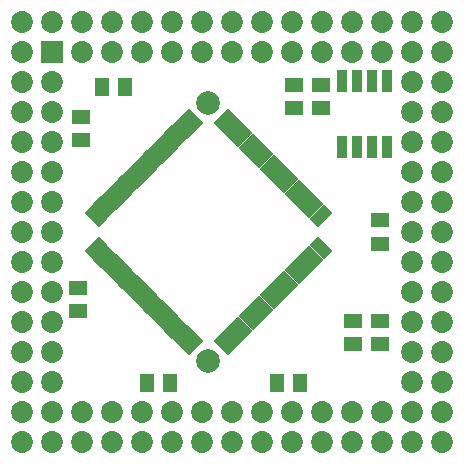
<source format=gts>
G04 Layer_Color=8388736*
%FSLAX44Y44*%
%MOMM*%
G71*
G01*
G75*
%ADD24R,1.5032X1.2032*%
%ADD25R,1.2032X1.5032*%
%ADD26R,0.8532X1.9532*%
G04:AMPARAMS|DCode=27|XSize=1.7032mm|YSize=0.5032mm|CornerRadius=0mm|HoleSize=0mm|Usage=FLASHONLY|Rotation=45.000|XOffset=0mm|YOffset=0mm|HoleType=Round|Shape=Rectangle|*
%AMROTATEDRECTD27*
4,1,4,-0.4243,-0.7801,-0.7801,-0.4243,0.4243,0.7801,0.7801,0.4243,-0.4243,-0.7801,0.0*
%
%ADD27ROTATEDRECTD27*%

G04:AMPARAMS|DCode=28|XSize=1.7032mm|YSize=0.5032mm|CornerRadius=0mm|HoleSize=0mm|Usage=FLASHONLY|Rotation=135.000|XOffset=0mm|YOffset=0mm|HoleType=Round|Shape=Rectangle|*
%AMROTATEDRECTD28*
4,1,4,0.7801,-0.4243,0.4243,-0.7801,-0.7801,0.4243,-0.4243,0.7801,0.7801,-0.4243,0.0*
%
%ADD28ROTATEDRECTD28*%

%ADD29C,2.0000*%
%ADD30C,1.8542*%
%ADD31R,1.8542X1.8542*%
D24*
X-130000Y-67250D02*
D03*
Y-47750D02*
D03*
X125000Y-94750D02*
D03*
Y-75250D02*
D03*
X102500D02*
D03*
Y-94750D02*
D03*
X125000Y-9750D02*
D03*
Y9750D02*
D03*
X75000Y124750D02*
D03*
Y105250D02*
D03*
X52500Y124750D02*
D03*
Y105250D02*
D03*
X-127500Y97250D02*
D03*
Y77750D02*
D03*
D25*
X-72250Y-127500D02*
D03*
X-52750D02*
D03*
X57250D02*
D03*
X37750D02*
D03*
X-109750Y122500D02*
D03*
X-90250D02*
D03*
D26*
X93450Y72000D02*
D03*
X131550Y128000D02*
D03*
X118850D02*
D03*
X106150D02*
D03*
X93450D02*
D03*
X131550Y72000D02*
D03*
X118850D02*
D03*
X106150D02*
D03*
D27*
X-116874Y-12020D02*
D03*
X-113338Y-15556D02*
D03*
X-109802Y-19091D02*
D03*
X-106267Y-22627D02*
D03*
X-102731Y-26163D02*
D03*
X-99196Y-29698D02*
D03*
X-95660Y-33234D02*
D03*
X-92125Y-36769D02*
D03*
X-88589Y-40305D02*
D03*
X-85054Y-43841D02*
D03*
X-81518Y-47376D02*
D03*
X-77983Y-50911D02*
D03*
X-74447Y-54447D02*
D03*
X-70911Y-57982D02*
D03*
X-67376Y-61518D02*
D03*
X-63840Y-65054D02*
D03*
X-60305Y-68589D02*
D03*
X-56770Y-72125D02*
D03*
X-53234Y-75660D02*
D03*
X-49698Y-79196D02*
D03*
X-46163Y-82732D02*
D03*
X-42628Y-86267D02*
D03*
X-39092Y-89802D02*
D03*
X-35556Y-93338D02*
D03*
X-32020Y-96874D02*
D03*
X76873Y12021D02*
D03*
X73338Y15556D02*
D03*
X69803Y19092D02*
D03*
X66267Y22628D02*
D03*
X62732Y26163D02*
D03*
X59195Y29699D02*
D03*
X55660Y33234D02*
D03*
X52125Y36769D02*
D03*
X48590Y40305D02*
D03*
X45054Y43841D02*
D03*
X41518Y47376D02*
D03*
X37982Y50912D02*
D03*
X34447Y54447D02*
D03*
X30912Y57983D02*
D03*
X27376Y61518D02*
D03*
X23841Y65054D02*
D03*
X20305Y68589D02*
D03*
X16769Y72125D02*
D03*
X13234Y75660D02*
D03*
X9699Y79196D02*
D03*
X6163Y82731D02*
D03*
X2627Y86267D02*
D03*
X-909Y89803D02*
D03*
X-4444Y93338D02*
D03*
X-7979Y96874D02*
D03*
D28*
Y-96874D02*
D03*
X-4444Y-93337D02*
D03*
X-909Y-89802D02*
D03*
X2627Y-86267D02*
D03*
X6163Y-82732D02*
D03*
X9699Y-79196D02*
D03*
X13234Y-75660D02*
D03*
X16769Y-72125D02*
D03*
X20305Y-68589D02*
D03*
X23841Y-65054D02*
D03*
X27376Y-61518D02*
D03*
X30912Y-57982D02*
D03*
X34447Y-54447D02*
D03*
X37982Y-50911D02*
D03*
X41518Y-47376D02*
D03*
X45054Y-43841D02*
D03*
X48589Y-40305D02*
D03*
X52125Y-36769D02*
D03*
X55660Y-33234D02*
D03*
X59195Y-29698D02*
D03*
X62732Y-26163D02*
D03*
X66267Y-22627D02*
D03*
X69803Y-19091D02*
D03*
X73338Y-15556D02*
D03*
X76873Y-12020D02*
D03*
X-32020Y96874D02*
D03*
X-35556Y93338D02*
D03*
X-39092Y89803D02*
D03*
X-42628Y86267D02*
D03*
X-46163Y82732D02*
D03*
X-49698Y79196D02*
D03*
X-53234Y75660D02*
D03*
X-56770Y72125D02*
D03*
X-60305Y68589D02*
D03*
X-63840Y65054D02*
D03*
X-67376Y61518D02*
D03*
X-70911Y57983D02*
D03*
X-74447Y54447D02*
D03*
X-77983Y50912D02*
D03*
X-81518Y47376D02*
D03*
X-85054Y43841D02*
D03*
X-88589Y40305D02*
D03*
X-92125Y36769D02*
D03*
X-95661Y33234D02*
D03*
X-99196Y29699D02*
D03*
X-102732Y26163D02*
D03*
X-106267Y22628D02*
D03*
X-109802Y19092D02*
D03*
X-113338Y15556D02*
D03*
X-116874Y12021D02*
D03*
D29*
X-20000Y108894D02*
D03*
Y-108894D02*
D03*
D30*
X177800Y-177800D02*
D03*
Y-152400D02*
D03*
Y-127000D02*
D03*
Y-101600D02*
D03*
Y-76200D02*
D03*
Y-50800D02*
D03*
Y-25400D02*
D03*
Y0D02*
D03*
Y25400D02*
D03*
Y50800D02*
D03*
Y76200D02*
D03*
Y101600D02*
D03*
Y127000D02*
D03*
Y152400D02*
D03*
Y177800D02*
D03*
X152400Y-177800D02*
D03*
Y-127000D02*
D03*
Y-101600D02*
D03*
Y-76200D02*
D03*
Y-50800D02*
D03*
Y-25400D02*
D03*
Y0D02*
D03*
Y25400D02*
D03*
Y50800D02*
D03*
Y76200D02*
D03*
Y101600D02*
D03*
Y127000D02*
D03*
Y177800D02*
D03*
X127000Y-177800D02*
D03*
Y-152400D02*
D03*
Y152400D02*
D03*
Y177800D02*
D03*
X101600Y-177800D02*
D03*
Y-152400D02*
D03*
Y152400D02*
D03*
Y177800D02*
D03*
X76200Y-177800D02*
D03*
Y-152400D02*
D03*
Y152400D02*
D03*
Y177800D02*
D03*
X50800Y-177800D02*
D03*
Y-152400D02*
D03*
Y152400D02*
D03*
Y177800D02*
D03*
X25400Y-177800D02*
D03*
Y-152400D02*
D03*
Y152400D02*
D03*
Y177800D02*
D03*
X0Y-177800D02*
D03*
Y-152400D02*
D03*
Y152400D02*
D03*
Y177800D02*
D03*
X-25400Y-177800D02*
D03*
Y-152400D02*
D03*
Y152400D02*
D03*
Y177800D02*
D03*
X-50800Y-177800D02*
D03*
Y-152400D02*
D03*
Y152400D02*
D03*
Y177800D02*
D03*
X-76200Y-177800D02*
D03*
Y-152400D02*
D03*
Y152400D02*
D03*
Y177800D02*
D03*
X-101600Y-177800D02*
D03*
Y-152400D02*
D03*
Y152400D02*
D03*
Y177800D02*
D03*
X-127000Y-177800D02*
D03*
Y-152400D02*
D03*
Y152400D02*
D03*
Y177800D02*
D03*
X-152400Y-177800D02*
D03*
Y-127000D02*
D03*
Y-101600D02*
D03*
Y-76200D02*
D03*
Y-50800D02*
D03*
Y-25400D02*
D03*
Y0D02*
D03*
Y25400D02*
D03*
Y50800D02*
D03*
Y76200D02*
D03*
Y101600D02*
D03*
Y127000D02*
D03*
Y177800D02*
D03*
X-177800Y-177800D02*
D03*
Y-152400D02*
D03*
Y-127000D02*
D03*
Y-101600D02*
D03*
Y-76200D02*
D03*
Y-50800D02*
D03*
Y-25400D02*
D03*
Y0D02*
D03*
Y25400D02*
D03*
Y50800D02*
D03*
Y76200D02*
D03*
Y101600D02*
D03*
Y127000D02*
D03*
Y152400D02*
D03*
Y177800D02*
D03*
X-152400Y-152400D02*
D03*
X152400D02*
D03*
Y152400D02*
D03*
D31*
X-152400D02*
D03*
M02*

</source>
